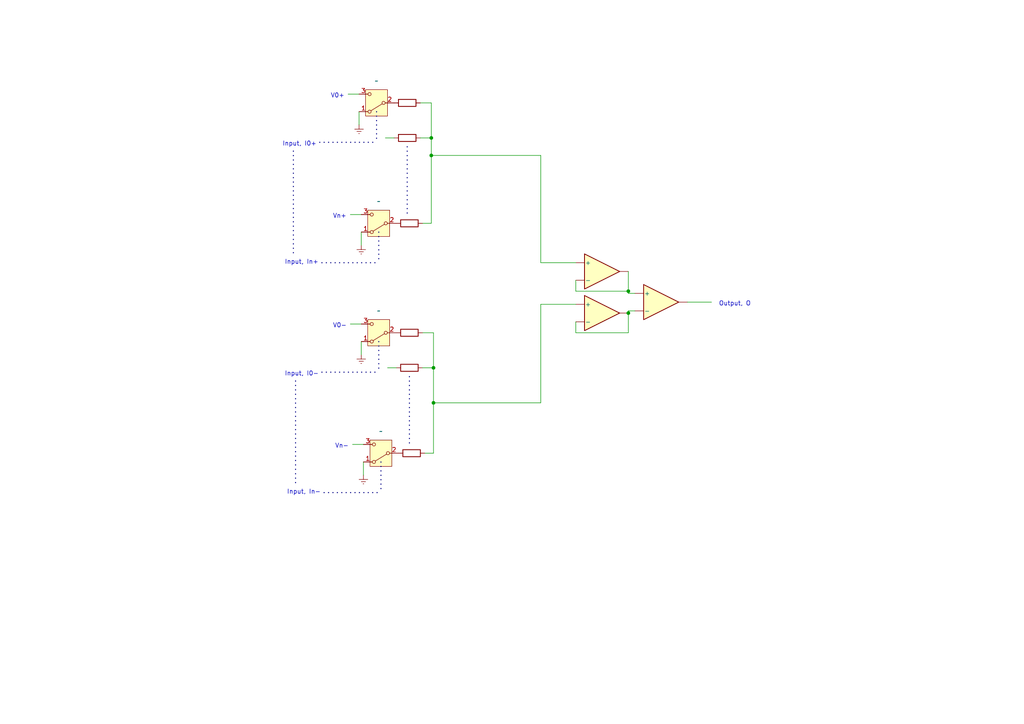
<source format=kicad_sch>
(kicad_sch (version 20230121) (generator eeschema)
  (paper "A4")
  (lib_symbols
    (symbol "Device:R" (pin_numbers hide) (pin_names (offset 0))
      (property "Reference" "R" (at 2.032 0 90))
      (property "Value" "R" (at 0 0 90))
      (symbol "R_0_1"
        (rectangle (start -1.016 -2.54) (end 1.016 2.54) (stroke (width 0.254)))
      )
      (symbol "R_1_1"
        (pin passive line (at 0 3.81 270) (length 1.27) (name "~") (number "1"))
        (pin passive line (at 0 -3.81 90) (length 1.27) (name "~") (number "2"))
      )
    )
    (symbol "L272_1" (pin_numbers hide) (pin_names (offset 0.127))
      (property "Reference" "U" (at 0 5.08 0))
      (property "Value" "L272" (at 0 -5.08 0))
      (symbol "L272_1_1_1"
        (polyline (pts (xy -5.08 5.08) (xy 5.08 0) (xy -5.08 -5.08) (xy -5.08 5.08)) (stroke (width 0.254)) (fill (type background)))
        (pin output line (at 7.62 0 180) (length 2.54) (name "~") (number "1"))
        (pin input line (at -7.62 2.54 0) (length 2.54) (name "+") (number "7"))
        (pin input line (at -7.62 -2.54 0) (length 2.54) (name "-") (number "8"))
      )
      (symbol "L272_1_2_1"
        (polyline (pts (xy -5.08 5.08) (xy 5.08 0) (xy -5.08 -5.08) (xy -5.08 5.08)) (stroke (width 0.254)) (fill (type background)))
        (pin output line (at 7.62 0 180) (length 2.54) (name "~") (number "3"))
        (pin input line (at -7.62 -2.54 0) (length 2.54) (name "-") (number "5"))
        (pin input line (at -7.62 2.54 0) (length 2.54) (name "+") (number "6"))
      )
      (symbol "L272_1_3_1"
        (pin passive line (at -2.54 -7.62 90) (length 3.81) hide (name "GND") (number "10"))
        (pin passive line (at -2.54 -7.62 90) (length 3.81) hide (name "GND") (number "11"))
        (pin passive line (at -2.54 -7.62 90) (length 3.81) hide (name "GND") (number "12"))
        (pin passive line (at -2.54 -7.62 90) (length 3.81) hide (name "GND") (number "13"))
        (pin passive line (at -2.54 -7.62 90) (length 3.81) hide (name "GND") (number "14"))
        (pin passive line (at -2.54 -7.62 90) (length 3.81) hide (name "GND") (number "15"))
        (pin passive line (at -2.54 -7.62 90) (length 3.81) hide (name "GND") (number "16"))
        (pin power_in line (at -2.54 7.62 270) (length 3.81) (name "Vs") (number "2"))
        (pin power_in line (at -2.54 -7.62 90) (length 3.81) (name "GND") (number "4"))
        (pin passive line (at -2.54 -7.62 90) (length 3.81) hide (name "GND") (number "9"))
      )
    )
    (symbol "L272_2" (pin_numbers hide) (pin_names (offset 0.127))
      (property "Reference" "U" (at 0 5.08 0))
      (property "Value" "L272" (at 0 -5.08 0))
      (symbol "L272_2_1_1"
        (polyline (pts (xy -5.08 5.08) (xy 5.08 0) (xy -5.08 -5.08) (xy -5.08 5.08)) (stroke (width 0.254)) (fill (type background)))
        (pin output line (at 7.62 0 180) (length 2.54) (name "~") (number "1"))
        (pin input line (at -7.62 2.54 0) (length 2.54) (name "+") (number "7"))
        (pin input line (at -7.62 -2.54 0) (length 2.54) (name "-") (number "8"))
      )
      (symbol "L272_2_2_1"
        (polyline (pts (xy -5.08 5.08) (xy 5.08 0) (xy -5.08 -5.08) (xy -5.08 5.08)) (stroke (width 0.254)) (fill (type background)))
        (pin output line (at 7.62 0 180) (length 2.54) (name "~") (number "3"))
        (pin input line (at -7.62 -2.54 0) (length 2.54) (name "-") (number "5"))
        (pin input line (at -7.62 2.54 0) (length 2.54) (name "+") (number "6"))
      )
      (symbol "L272_2_3_1"
        (pin passive line (at -2.54 -7.62 90) (length 3.81) hide (name "GND") (number "10"))
        (pin passive line (at -2.54 -7.62 90) (length 3.81) hide (name "GND") (number "11"))
        (pin passive line (at -2.54 -7.62 90) (length 3.81) hide (name "GND") (number "12"))
        (pin passive line (at -2.54 -7.62 90) (length 3.81) hide (name "GND") (number "13"))
        (pin passive line (at -2.54 -7.62 90) (length 3.81) hide (name "GND") (number "14"))
        (pin passive line (at -2.54 -7.62 90) (length 3.81) hide (name "GND") (number "15"))
        (pin passive line (at -2.54 -7.62 90) (length 3.81) hide (name "GND") (number "16"))
        (pin power_in line (at -2.54 7.62 270) (length 3.81) (name "Vs") (number "2"))
        (pin power_in line (at -2.54 -7.62 90) (length 3.81) (name "GND") (number "4"))
        (pin passive line (at -2.54 -7.62 90) (length 3.81) hide (name "GND") (number "9"))
      )
    )
    (symbol "L272_3" (pin_numbers hide) (pin_names (offset 0.127))
      (property "Reference" "U" (at 0 5.08 0))
      (property "Value" "L272" (at 0 -5.08 0))
      (symbol "L272_3_1_1"
        (polyline (pts (xy -5.08 5.08) (xy 5.08 0) (xy -5.08 -5.08) (xy -5.08 5.08)) (stroke (width 0.254)) (fill (type background)))
        (pin output line (at 7.62 0 180) (length 2.54) (name "~") (number "1"))
        (pin input line (at -7.62 2.54 0) (length 2.54) (name "+") (number "7"))
        (pin input line (at -7.62 -2.54 0) (length 2.54) (name "-") (number "8"))
      )
      (symbol "L272_3_2_1"
        (polyline (pts (xy -5.08 5.08) (xy 5.08 0) (xy -5.08 -5.08) (xy -5.08 5.08)) (stroke (width 0.254)) (fill (type background)))
        (pin output line (at 7.62 0 180) (length 2.54) (name "~") (number "3"))
        (pin input line (at -7.62 -2.54 0) (length 2.54) (name "-") (number "5"))
        (pin input line (at -7.62 2.54 0) (length 2.54) (name "+") (number "6"))
      )
      (symbol "L272_3_3_1"
        (pin passive line (at -2.54 -7.62 90) (length 3.81) hide (name "GND") (number "10"))
        (pin passive line (at -2.54 -7.62 90) (length 3.81) hide (name "GND") (number "11"))
        (pin passive line (at -2.54 -7.62 90) (length 3.81) hide (name "GND") (number "12"))
        (pin passive line (at -2.54 -7.62 90) (length 3.81) hide (name "GND") (number "13"))
        (pin passive line (at -2.54 -7.62 90) (length 3.81) hide (name "GND") (number "14"))
        (pin passive line (at -2.54 -7.62 90) (length 3.81) hide (name "GND") (number "15"))
        (pin passive line (at -2.54 -7.62 90) (length 3.81) hide (name "GND") (number "16"))
        (pin power_in line (at -2.54 7.62 270) (length 3.81) (name "Vs") (number "2"))
        (pin power_in line (at -2.54 -7.62 90) (length 3.81) (name "GND") (number "4"))
        (pin passive line (at -2.54 -7.62 90) (length 3.81) hide (name "GND") (number "9"))
      )
    )
    (symbol "Switch:SW_SPDT" (pin_names (offset 0) hide)
      (property "Reference" "SW" (at 0 5.08 0))
      (property "Value" "SW_SPDT" (at 0 -5.08 0))
      (symbol "SW_SPDT_0_1"
        (circle (center -2.032 0) (radius 0.4572))
        (polyline (pts (xy -1.651 0.254) (xy 1.651 2.286)))
        (circle (center 2.032 -2.54) (radius 0.4572))
        (circle (center 2.032 2.54) (radius 0.4572))
      )
      (symbol "SW_SPDT_1_1"
        (rectangle (start -3.175 3.81) (end 3.175 -3.81) (fill (type background)))
        (pin passive line (at 5.08 2.54 180) (length 2.54) (name "A") (number "1"))
        (pin passive line (at -5.08 0 0) (length 2.54) (name "B") (number "2"))
        (pin passive line (at 5.08 -2.54 180) (length 2.54) (name "C") (number "3"))
      )
    )
    (symbol "power:GNDREF" (power) (pin_names (offset 0))
      (property "Value" "GNDREF" (at 0 -3.81 0))
      (symbol "GNDREF_0_1"
        (polyline (pts (xy -0.635 -1.905) (xy 0.635 -1.905)))
        (polyline (pts (xy -0.127 -2.54) (xy 0.127 -2.54)))
        (polyline (pts (xy 0 -1.27) (xy 0 0)))
        (polyline (pts (xy 1.27 -1.27) (xy -1.27 -1.27)))
      )
      (symbol "GNDREF_1_1"
        (pin power_in line (at 0 0 270) (length 0) hide (name "GNDREF") (number "1"))
      )
    )
  )
  (junction (at 125.73 106.68))
  (junction (at 125.095 45.085))
  (junction (at 125.73 116.84))
  (junction (at 125.095 40.005))
  (junction (at 182.245 84.455))
  (junction (at 182.245 90.805))
  (wire (pts (xy 182.245 96.52) (xy 182.245 90.805)))
  (bus (pts (xy 109.855 99.06) (xy 109.855 107.95)) (stroke (width 0) (type dot)))
  (bus (pts (xy 93.98 142.875) (xy 110.49 142.875)) (stroke (width 0) (type dot)))
  (wire (pts (xy 125.73 96.52) (xy 125.73 106.68)))
  (bus (pts (xy 93.345 107.95) (xy 109.855 107.95)) (stroke (width 0) (type dot)))
  (wire (pts (xy 125.095 40.005) (xy 125.095 45.085)))
  (bus (pts (xy 85.725 110.49) (xy 85.725 140.335)) (stroke (width 0) (type dot)))
  (wire (pts (xy 105.41 133.985) (xy 105.41 137.795)))
  (wire (pts (xy 125.095 64.77) (xy 122.555 64.77)))
  (bus (pts (xy 118.11 42.545) (xy 118.11 62.23)) (stroke (width 0) (type dot)))
  (bus (pts (xy 118.745 109.22) (xy 118.745 128.905)) (stroke (width 0) (type dot)))
  (wire (pts (xy 125.73 106.68) (xy 125.73 116.84)))
  (wire (pts (xy 122.555 96.52) (xy 125.73 96.52)))
  (wire (pts (xy 156.845 45.085) (xy 125.095 45.085)))
  (bus (pts (xy 109.22 32.385) (xy 109.22 41.275)) (stroke (width 0) (type dot)))
  (wire (pts (xy 101.6 93.98) (xy 104.775 93.98)))
  (wire (pts (xy 125.73 116.84) (xy 125.73 131.445)))
  (wire (pts (xy 167.005 93.345) (xy 167.005 96.52)))
  (wire (pts (xy 167.005 84.455) (xy 182.245 84.455)))
  (wire (pts (xy 182.245 90.17) (xy 182.245 90.805)))
  (wire (pts (xy 104.775 67.31) (xy 104.775 71.12)))
  (wire (pts (xy 167.005 88.265) (xy 156.845 88.265)))
  (bus (pts (xy 110.49 133.985) (xy 110.49 142.875)) (stroke (width 0) (type dot)))
  (wire (pts (xy 122.555 106.68) (xy 125.73 106.68)))
  (wire (pts (xy 167.005 96.52) (xy 182.245 96.52)))
  (wire (pts (xy 156.845 88.265) (xy 156.845 116.84)))
  (wire (pts (xy 125.095 45.085) (xy 125.095 64.77)))
  (bus (pts (xy 109.855 67.31) (xy 109.855 76.2)) (stroke (width 0) (type dot)))
  (wire (pts (xy 184.15 90.17) (xy 182.245 90.17)))
  (wire (pts (xy 101.6 62.23) (xy 104.775 62.23)))
  (wire (pts (xy 199.39 87.63) (xy 206.375 87.63)))
  (bus (pts (xy 92.71 41.275) (xy 109.22 41.275)) (stroke (width 0) (type dot)))
  (wire (pts (xy 125.095 29.845) (xy 125.095 40.005)))
  (bus (pts (xy 93.345 76.2) (xy 109.855 76.2)) (stroke (width 0) (type dot)))
  (bus (pts (xy 85.09 43.815) (xy 85.09 73.66)) (stroke (width 0) (type dot)))
  (wire (pts (xy 121.92 40.005) (xy 125.095 40.005)))
  (wire (pts (xy 102.235 128.905) (xy 105.41 128.905)))
  (wire (pts (xy 112.395 106.68) (xy 114.935 106.68)))
  (wire (pts (xy 182.245 84.455) (xy 182.245 78.74)))
  (wire (pts (xy 111.76 40.005) (xy 114.3 40.005)))
  (wire (pts (xy 156.845 76.2) (xy 156.845 45.085)))
  (wire (pts (xy 104.775 99.06) (xy 104.775 102.87)))
  (wire (pts (xy 182.245 85.09) (xy 182.245 84.455)))
  (wire (pts (xy 184.15 85.09) (xy 182.245 85.09)))
  (wire (pts (xy 167.005 76.2) (xy 156.845 76.2)))
  (wire (pts (xy 156.845 116.84) (xy 125.73 116.84)))
  (wire (pts (xy 104.14 32.385) (xy 104.14 36.195)))
  (wire (pts (xy 167.005 81.28) (xy 167.005 84.455)))
  (wire (pts (xy 125.73 131.445) (xy 123.19 131.445)))
  (wire (pts (xy 100.965 27.305) (xy 104.14 27.305)))
  (wire (pts (xy 121.92 29.845) (xy 125.095 29.845)))
  (text "Vn+" (at 96.52 63.5 0) (effects (font (size 1.27 1.27)) (justify left bottom)))
  (text "Input, I0-" (at 82.55 109.22 0) (effects (font (size 1.27 1.27)) (justify left bottom)))
  (text "Output, O" (at 217.805 88.9 0) (effects (font (size 1.27 1.27)) (justify right bottom)))
  (text "Input, I0+" (at 81.915 42.545 0) (effects (font (size 1.27 1.27)) (justify left bottom)))
  (text "Vn-" (at 97.155 130.175 0) (effects (font (size 1.27 1.27)) (justify left bottom)))
  (text "V0+" (at 95.885 28.575 0) (effects (font (size 1.27 1.27)) (justify left bottom)))
  (text "Input, In-" (at 83.185 143.51 0) (effects (font (size 1.27 1.27)) (justify left bottom)))
  (text "Input, In+" (at 82.55 76.835 0) (effects (font (size 1.27 1.27)) (justify left bottom)))
  (text "V0-" (at 96.52 95.25 0) (effects (font (size 1.27 1.27)) (justify left bottom)))
  (symbol (lib_id "power:GNDREF") (at 104.14 36.195 0) (unit 1)
    (property "Reference" "P04" (effects hide))
    (property "Value" "GNDREF" (effects hide))
  )
  (symbol (lib_id "Switch:SW_SPDT") (at 109.22 29.845 180) (unit 1)
    (property "Reference" "S1" (effects hide))
    (property "Value" "~" (at 109.22 23.495 0))
  )
  (symbol (lib_id "power:GNDREF") (at 104.775 71.12 0) (unit 1)
    (property "Reference" "P03" (effects hide))
    (property "Value" "GNDREF" (effects hide))
  )
  (symbol (lib_name "L272_2") (lib_id "Amplifier_Operational:L272") (at 174.625 78.74 0) (unit 2)
    (property "Reference" "U5" (effects hide))
    (property "Value" "L272" (effects hide))
    (property "Footprint" "Package_DIP:DIP-16_W7.62mm" (effects hide))
    (property "Datasheet" "www.st.com/resource/en/datasheet/l272.pdf" (effects hide))
  )
  (symbol (lib_id "Switch:SW_SPDT") (at 110.49 131.445 180) (unit 1)
    (property "Reference" "S4" (effects hide))
    (property "Value" "~" (at 110.49 125.095 0))
  )
  (symbol (lib_name "L272_1") (lib_id "Amplifier_Operational:L272") (at 174.625 90.805 0) (unit 1)
    (property "Reference" "U5" (effects hide))
    (property "Value" "L272" (effects hide))
    (property "Footprint" "Package_DIP:DIP-16_W7.62mm" (effects hide))
    (property "Datasheet" "www.st.com/resource/en/datasheet/l272.pdf" (effects hide))
  )
  (symbol (lib_id "power:GNDREF") (at 104.775 102.87 0) (unit 1)
    (property "Reference" "P05" (effects hide))
    (property "Value" "GNDREF" (effects hide))
  )
  (symbol (lib_id "Device:R") (at 118.745 106.68 90) (unit 1)
    (property "Reference" "R7" (effects hide))
    (property "Value" "100K" (effects hide))
  )
  (symbol (lib_id "Switch:SW_SPDT") (at 109.855 64.77 180) (unit 1)
    (property "Reference" "S2" (effects hide))
    (property "Value" "~" (at 109.855 58.42 0))
  )
  (symbol (lib_id "Device:R") (at 118.745 96.52 90) (unit 1)
    (property "Reference" "R6" (effects hide))
    (property "Value" "100K" (effects hide))
  )
  (symbol (lib_id "Device:R") (at 118.11 40.005 90) (unit 1)
    (property "Reference" "R8" (effects hide))
    (property "Value" "100K" (effects hide))
  )
  (symbol (lib_id "Device:R") (at 119.38 131.445 90) (unit 1)
    (property "Reference" "R9" (effects hide))
    (property "Value" "100K" (effects hide))
  )
  (symbol (lib_id "Device:R") (at 118.745 64.77 90) (unit 1)
    (property "Reference" "R5" (effects hide))
    (property "Value" "100K" (effects hide))
  )
  (symbol (lib_id "power:GNDREF") (at 105.41 137.795 0) (unit 1)
    (property "Reference" "P06" (effects hide))
    (property "Value" "GNDREF" (effects hide))
  )
  (symbol (lib_id "Switch:SW_SPDT") (at 109.855 96.52 180) (unit 1)
    (property "Reference" "S3" (effects hide))
    (property "Value" "~" (at 109.855 90.17 0))
  )
  (symbol (lib_id "Device:R") (at 118.11 29.845 90) (unit 1)
    (property "Reference" "R4" (effects hide))
    (property "Value" "100K" (effects hide))
  )
  (symbol (lib_name "L272_3") (lib_id "Amplifier_Operational:L272") (at 191.77 87.63 0) (unit 1)
    (property "Reference" "U6" (effects hide))
    (property "Value" "L272" (effects hide))
    (property "Footprint" "Package_DIP:DIP-16_W7.62mm" (effects hide))
    (property "Datasheet" "www.st.com/resource/en/datasheet/l272.pdf" (effects hide))
  )
)
</source>
